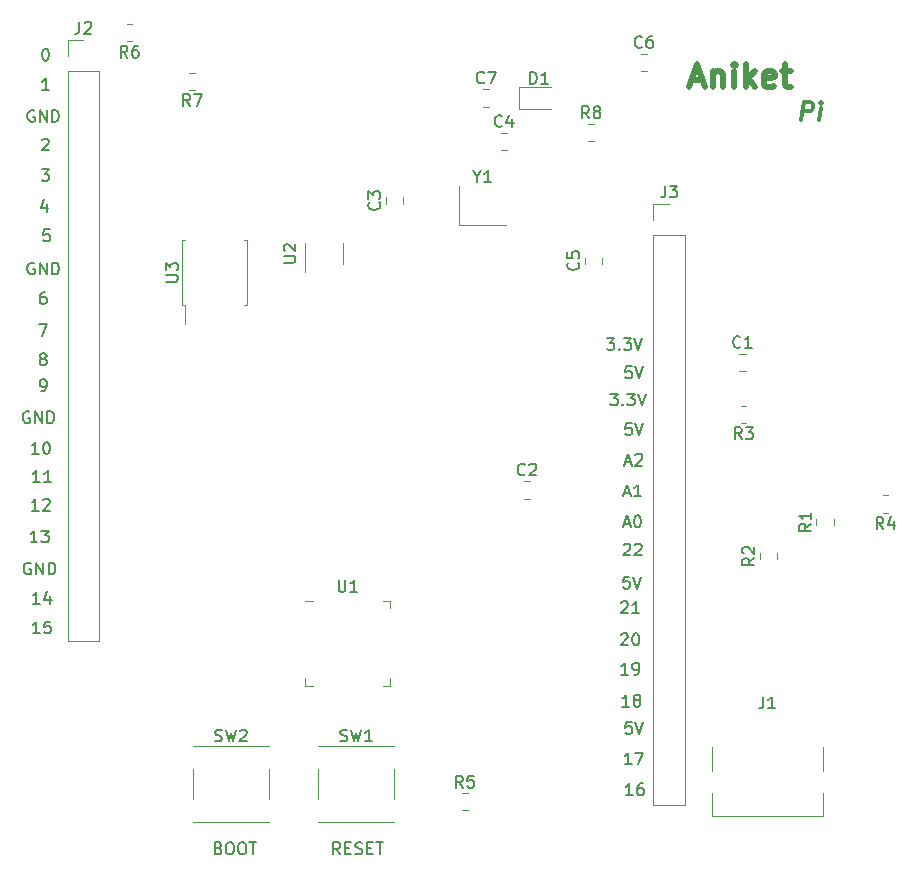
<source format=gto>
%TF.GenerationSoftware,KiCad,Pcbnew,(5.1.12)-1*%
%TF.CreationDate,2026-01-09T19:54:51+05:30*%
%TF.ProjectId,Aniket_Board,416e696b-6574-45f4-926f-6172642e6b69,rev?*%
%TF.SameCoordinates,Original*%
%TF.FileFunction,Legend,Top*%
%TF.FilePolarity,Positive*%
%FSLAX46Y46*%
G04 Gerber Fmt 4.6, Leading zero omitted, Abs format (unit mm)*
G04 Created by KiCad (PCBNEW (5.1.12)-1) date 2026-01-09 19:54:51*
%MOMM*%
%LPD*%
G01*
G04 APERTURE LIST*
%ADD10C,0.150000*%
%ADD11C,0.300000*%
%ADD12C,0.500000*%
%ADD13C,0.120000*%
G04 APERTURE END LIST*
D10*
X140047619Y-133652380D02*
X139714285Y-133176190D01*
X139476190Y-133652380D02*
X139476190Y-132652380D01*
X139857142Y-132652380D01*
X139952380Y-132700000D01*
X140000000Y-132747619D01*
X140047619Y-132842857D01*
X140047619Y-132985714D01*
X140000000Y-133080952D01*
X139952380Y-133128571D01*
X139857142Y-133176190D01*
X139476190Y-133176190D01*
X140476190Y-133128571D02*
X140809523Y-133128571D01*
X140952380Y-133652380D02*
X140476190Y-133652380D01*
X140476190Y-132652380D01*
X140952380Y-132652380D01*
X141333333Y-133604761D02*
X141476190Y-133652380D01*
X141714285Y-133652380D01*
X141809523Y-133604761D01*
X141857142Y-133557142D01*
X141904761Y-133461904D01*
X141904761Y-133366666D01*
X141857142Y-133271428D01*
X141809523Y-133223809D01*
X141714285Y-133176190D01*
X141523809Y-133128571D01*
X141428571Y-133080952D01*
X141380952Y-133033333D01*
X141333333Y-132938095D01*
X141333333Y-132842857D01*
X141380952Y-132747619D01*
X141428571Y-132700000D01*
X141523809Y-132652380D01*
X141761904Y-132652380D01*
X141904761Y-132700000D01*
X142333333Y-133128571D02*
X142666666Y-133128571D01*
X142809523Y-133652380D02*
X142333333Y-133652380D01*
X142333333Y-132652380D01*
X142809523Y-132652380D01*
X143095238Y-132652380D02*
X143666666Y-132652380D01*
X143380952Y-133652380D02*
X143380952Y-132652380D01*
X129742857Y-133128571D02*
X129885714Y-133176190D01*
X129933333Y-133223809D01*
X129980952Y-133319047D01*
X129980952Y-133461904D01*
X129933333Y-133557142D01*
X129885714Y-133604761D01*
X129790476Y-133652380D01*
X129409523Y-133652380D01*
X129409523Y-132652380D01*
X129742857Y-132652380D01*
X129838095Y-132700000D01*
X129885714Y-132747619D01*
X129933333Y-132842857D01*
X129933333Y-132938095D01*
X129885714Y-133033333D01*
X129838095Y-133080952D01*
X129742857Y-133128571D01*
X129409523Y-133128571D01*
X130600000Y-132652380D02*
X130790476Y-132652380D01*
X130885714Y-132700000D01*
X130980952Y-132795238D01*
X131028571Y-132985714D01*
X131028571Y-133319047D01*
X130980952Y-133509523D01*
X130885714Y-133604761D01*
X130790476Y-133652380D01*
X130600000Y-133652380D01*
X130504761Y-133604761D01*
X130409523Y-133509523D01*
X130361904Y-133319047D01*
X130361904Y-132985714D01*
X130409523Y-132795238D01*
X130504761Y-132700000D01*
X130600000Y-132652380D01*
X131647619Y-132652380D02*
X131838095Y-132652380D01*
X131933333Y-132700000D01*
X132028571Y-132795238D01*
X132076190Y-132985714D01*
X132076190Y-133319047D01*
X132028571Y-133509523D01*
X131933333Y-133604761D01*
X131838095Y-133652380D01*
X131647619Y-133652380D01*
X131552380Y-133604761D01*
X131457142Y-133509523D01*
X131409523Y-133319047D01*
X131409523Y-132985714D01*
X131457142Y-132795238D01*
X131552380Y-132700000D01*
X131647619Y-132652380D01*
X132361904Y-132652380D02*
X132933333Y-132652380D01*
X132647619Y-133652380D02*
X132647619Y-132652380D01*
X164709523Y-122452380D02*
X164233333Y-122452380D01*
X164185714Y-122928571D01*
X164233333Y-122880952D01*
X164328571Y-122833333D01*
X164566666Y-122833333D01*
X164661904Y-122880952D01*
X164709523Y-122928571D01*
X164757142Y-123023809D01*
X164757142Y-123261904D01*
X164709523Y-123357142D01*
X164661904Y-123404761D01*
X164566666Y-123452380D01*
X164328571Y-123452380D01*
X164233333Y-123404761D01*
X164185714Y-123357142D01*
X165042857Y-122452380D02*
X165376190Y-123452380D01*
X165709523Y-122452380D01*
X164509523Y-110152380D02*
X164033333Y-110152380D01*
X163985714Y-110628571D01*
X164033333Y-110580952D01*
X164128571Y-110533333D01*
X164366666Y-110533333D01*
X164461904Y-110580952D01*
X164509523Y-110628571D01*
X164557142Y-110723809D01*
X164557142Y-110961904D01*
X164509523Y-111057142D01*
X164461904Y-111104761D01*
X164366666Y-111152380D01*
X164128571Y-111152380D01*
X164033333Y-111104761D01*
X163985714Y-111057142D01*
X164842857Y-110152380D02*
X165176190Y-111152380D01*
X165509523Y-110152380D01*
X164038095Y-107447619D02*
X164085714Y-107400000D01*
X164180952Y-107352380D01*
X164419047Y-107352380D01*
X164514285Y-107400000D01*
X164561904Y-107447619D01*
X164609523Y-107542857D01*
X164609523Y-107638095D01*
X164561904Y-107780952D01*
X163990476Y-108352380D01*
X164609523Y-108352380D01*
X164990476Y-107447619D02*
X165038095Y-107400000D01*
X165133333Y-107352380D01*
X165371428Y-107352380D01*
X165466666Y-107400000D01*
X165514285Y-107447619D01*
X165561904Y-107542857D01*
X165561904Y-107638095D01*
X165514285Y-107780952D01*
X164942857Y-108352380D01*
X165561904Y-108352380D01*
X162623809Y-89952380D02*
X163242857Y-89952380D01*
X162909523Y-90333333D01*
X163052380Y-90333333D01*
X163147619Y-90380952D01*
X163195238Y-90428571D01*
X163242857Y-90523809D01*
X163242857Y-90761904D01*
X163195238Y-90857142D01*
X163147619Y-90904761D01*
X163052380Y-90952380D01*
X162766666Y-90952380D01*
X162671428Y-90904761D01*
X162623809Y-90857142D01*
X163671428Y-90857142D02*
X163719047Y-90904761D01*
X163671428Y-90952380D01*
X163623809Y-90904761D01*
X163671428Y-90857142D01*
X163671428Y-90952380D01*
X164052380Y-89952380D02*
X164671428Y-89952380D01*
X164338095Y-90333333D01*
X164480952Y-90333333D01*
X164576190Y-90380952D01*
X164623809Y-90428571D01*
X164671428Y-90523809D01*
X164671428Y-90761904D01*
X164623809Y-90857142D01*
X164576190Y-90904761D01*
X164480952Y-90952380D01*
X164195238Y-90952380D01*
X164100000Y-90904761D01*
X164052380Y-90857142D01*
X164957142Y-89952380D02*
X165290476Y-90952380D01*
X165623809Y-89952380D01*
X164709523Y-92352380D02*
X164233333Y-92352380D01*
X164185714Y-92828571D01*
X164233333Y-92780952D01*
X164328571Y-92733333D01*
X164566666Y-92733333D01*
X164661904Y-92780952D01*
X164709523Y-92828571D01*
X164757142Y-92923809D01*
X164757142Y-93161904D01*
X164709523Y-93257142D01*
X164661904Y-93304761D01*
X164566666Y-93352380D01*
X164328571Y-93352380D01*
X164233333Y-93304761D01*
X164185714Y-93257142D01*
X165042857Y-92352380D02*
X165376190Y-93352380D01*
X165709523Y-92352380D01*
X162923809Y-94652380D02*
X163542857Y-94652380D01*
X163209523Y-95033333D01*
X163352380Y-95033333D01*
X163447619Y-95080952D01*
X163495238Y-95128571D01*
X163542857Y-95223809D01*
X163542857Y-95461904D01*
X163495238Y-95557142D01*
X163447619Y-95604761D01*
X163352380Y-95652380D01*
X163066666Y-95652380D01*
X162971428Y-95604761D01*
X162923809Y-95557142D01*
X163971428Y-95557142D02*
X164019047Y-95604761D01*
X163971428Y-95652380D01*
X163923809Y-95604761D01*
X163971428Y-95557142D01*
X163971428Y-95652380D01*
X164352380Y-94652380D02*
X164971428Y-94652380D01*
X164638095Y-95033333D01*
X164780952Y-95033333D01*
X164876190Y-95080952D01*
X164923809Y-95128571D01*
X164971428Y-95223809D01*
X164971428Y-95461904D01*
X164923809Y-95557142D01*
X164876190Y-95604761D01*
X164780952Y-95652380D01*
X164495238Y-95652380D01*
X164400000Y-95604761D01*
X164352380Y-95557142D01*
X165257142Y-94652380D02*
X165590476Y-95652380D01*
X165923809Y-94652380D01*
X164709523Y-97152380D02*
X164233333Y-97152380D01*
X164185714Y-97628571D01*
X164233333Y-97580952D01*
X164328571Y-97533333D01*
X164566666Y-97533333D01*
X164661904Y-97580952D01*
X164709523Y-97628571D01*
X164757142Y-97723809D01*
X164757142Y-97961904D01*
X164709523Y-98057142D01*
X164661904Y-98104761D01*
X164566666Y-98152380D01*
X164328571Y-98152380D01*
X164233333Y-98104761D01*
X164185714Y-98057142D01*
X165042857Y-97152380D02*
X165376190Y-98152380D01*
X165709523Y-97152380D01*
X164185714Y-100466666D02*
X164661904Y-100466666D01*
X164090476Y-100752380D02*
X164423809Y-99752380D01*
X164757142Y-100752380D01*
X165042857Y-99847619D02*
X165090476Y-99800000D01*
X165185714Y-99752380D01*
X165423809Y-99752380D01*
X165519047Y-99800000D01*
X165566666Y-99847619D01*
X165614285Y-99942857D01*
X165614285Y-100038095D01*
X165566666Y-100180952D01*
X164995238Y-100752380D01*
X165614285Y-100752380D01*
X164085714Y-103066666D02*
X164561904Y-103066666D01*
X163990476Y-103352380D02*
X164323809Y-102352380D01*
X164657142Y-103352380D01*
X165514285Y-103352380D02*
X164942857Y-103352380D01*
X165228571Y-103352380D02*
X165228571Y-102352380D01*
X165133333Y-102495238D01*
X165038095Y-102590476D01*
X164942857Y-102638095D01*
X164085714Y-105666666D02*
X164561904Y-105666666D01*
X163990476Y-105952380D02*
X164323809Y-104952380D01*
X164657142Y-105952380D01*
X165180952Y-104952380D02*
X165276190Y-104952380D01*
X165371428Y-105000000D01*
X165419047Y-105047619D01*
X165466666Y-105142857D01*
X165514285Y-105333333D01*
X165514285Y-105571428D01*
X165466666Y-105761904D01*
X165419047Y-105857142D01*
X165371428Y-105904761D01*
X165276190Y-105952380D01*
X165180952Y-105952380D01*
X165085714Y-105904761D01*
X165038095Y-105857142D01*
X164990476Y-105761904D01*
X164942857Y-105571428D01*
X164942857Y-105333333D01*
X164990476Y-105142857D01*
X165038095Y-105047619D01*
X165085714Y-105000000D01*
X165180952Y-104952380D01*
X163838095Y-112347619D02*
X163885714Y-112300000D01*
X163980952Y-112252380D01*
X164219047Y-112252380D01*
X164314285Y-112300000D01*
X164361904Y-112347619D01*
X164409523Y-112442857D01*
X164409523Y-112538095D01*
X164361904Y-112680952D01*
X163790476Y-113252380D01*
X164409523Y-113252380D01*
X165361904Y-113252380D02*
X164790476Y-113252380D01*
X165076190Y-113252380D02*
X165076190Y-112252380D01*
X164980952Y-112395238D01*
X164885714Y-112490476D01*
X164790476Y-112538095D01*
X163838095Y-115047619D02*
X163885714Y-115000000D01*
X163980952Y-114952380D01*
X164219047Y-114952380D01*
X164314285Y-115000000D01*
X164361904Y-115047619D01*
X164409523Y-115142857D01*
X164409523Y-115238095D01*
X164361904Y-115380952D01*
X163790476Y-115952380D01*
X164409523Y-115952380D01*
X165028571Y-114952380D02*
X165123809Y-114952380D01*
X165219047Y-115000000D01*
X165266666Y-115047619D01*
X165314285Y-115142857D01*
X165361904Y-115333333D01*
X165361904Y-115571428D01*
X165314285Y-115761904D01*
X165266666Y-115857142D01*
X165219047Y-115904761D01*
X165123809Y-115952380D01*
X165028571Y-115952380D01*
X164933333Y-115904761D01*
X164885714Y-115857142D01*
X164838095Y-115761904D01*
X164790476Y-115571428D01*
X164790476Y-115333333D01*
X164838095Y-115142857D01*
X164885714Y-115047619D01*
X164933333Y-115000000D01*
X165028571Y-114952380D01*
X164409523Y-118452380D02*
X163838095Y-118452380D01*
X164123809Y-118452380D02*
X164123809Y-117452380D01*
X164028571Y-117595238D01*
X163933333Y-117690476D01*
X163838095Y-117738095D01*
X164885714Y-118452380D02*
X165076190Y-118452380D01*
X165171428Y-118404761D01*
X165219047Y-118357142D01*
X165314285Y-118214285D01*
X165361904Y-118023809D01*
X165361904Y-117642857D01*
X165314285Y-117547619D01*
X165266666Y-117500000D01*
X165171428Y-117452380D01*
X164980952Y-117452380D01*
X164885714Y-117500000D01*
X164838095Y-117547619D01*
X164790476Y-117642857D01*
X164790476Y-117880952D01*
X164838095Y-117976190D01*
X164885714Y-118023809D01*
X164980952Y-118071428D01*
X165171428Y-118071428D01*
X165266666Y-118023809D01*
X165314285Y-117976190D01*
X165361904Y-117880952D01*
X164509523Y-121152380D02*
X163938095Y-121152380D01*
X164223809Y-121152380D02*
X164223809Y-120152380D01*
X164128571Y-120295238D01*
X164033333Y-120390476D01*
X163938095Y-120438095D01*
X165080952Y-120580952D02*
X164985714Y-120533333D01*
X164938095Y-120485714D01*
X164890476Y-120390476D01*
X164890476Y-120342857D01*
X164938095Y-120247619D01*
X164985714Y-120200000D01*
X165080952Y-120152380D01*
X165271428Y-120152380D01*
X165366666Y-120200000D01*
X165414285Y-120247619D01*
X165461904Y-120342857D01*
X165461904Y-120390476D01*
X165414285Y-120485714D01*
X165366666Y-120533333D01*
X165271428Y-120580952D01*
X165080952Y-120580952D01*
X164985714Y-120628571D01*
X164938095Y-120676190D01*
X164890476Y-120771428D01*
X164890476Y-120961904D01*
X164938095Y-121057142D01*
X164985714Y-121104761D01*
X165080952Y-121152380D01*
X165271428Y-121152380D01*
X165366666Y-121104761D01*
X165414285Y-121057142D01*
X165461904Y-120961904D01*
X165461904Y-120771428D01*
X165414285Y-120676190D01*
X165366666Y-120628571D01*
X165271428Y-120580952D01*
X164709523Y-126052380D02*
X164138095Y-126052380D01*
X164423809Y-126052380D02*
X164423809Y-125052380D01*
X164328571Y-125195238D01*
X164233333Y-125290476D01*
X164138095Y-125338095D01*
X165042857Y-125052380D02*
X165709523Y-125052380D01*
X165280952Y-126052380D01*
X164809523Y-128652380D02*
X164238095Y-128652380D01*
X164523809Y-128652380D02*
X164523809Y-127652380D01*
X164428571Y-127795238D01*
X164333333Y-127890476D01*
X164238095Y-127938095D01*
X165666666Y-127652380D02*
X165476190Y-127652380D01*
X165380952Y-127700000D01*
X165333333Y-127747619D01*
X165238095Y-127890476D01*
X165190476Y-128080952D01*
X165190476Y-128461904D01*
X165238095Y-128557142D01*
X165285714Y-128604761D01*
X165380952Y-128652380D01*
X165571428Y-128652380D01*
X165666666Y-128604761D01*
X165714285Y-128557142D01*
X165761904Y-128461904D01*
X165761904Y-128223809D01*
X165714285Y-128128571D01*
X165666666Y-128080952D01*
X165571428Y-128033333D01*
X165380952Y-128033333D01*
X165285714Y-128080952D01*
X165238095Y-128128571D01*
X165190476Y-128223809D01*
X114609523Y-114952380D02*
X114038095Y-114952380D01*
X114323809Y-114952380D02*
X114323809Y-113952380D01*
X114228571Y-114095238D01*
X114133333Y-114190476D01*
X114038095Y-114238095D01*
X115514285Y-113952380D02*
X115038095Y-113952380D01*
X114990476Y-114428571D01*
X115038095Y-114380952D01*
X115133333Y-114333333D01*
X115371428Y-114333333D01*
X115466666Y-114380952D01*
X115514285Y-114428571D01*
X115561904Y-114523809D01*
X115561904Y-114761904D01*
X115514285Y-114857142D01*
X115466666Y-114904761D01*
X115371428Y-114952380D01*
X115133333Y-114952380D01*
X115038095Y-114904761D01*
X114990476Y-114857142D01*
X114609523Y-112452380D02*
X114038095Y-112452380D01*
X114323809Y-112452380D02*
X114323809Y-111452380D01*
X114228571Y-111595238D01*
X114133333Y-111690476D01*
X114038095Y-111738095D01*
X115466666Y-111785714D02*
X115466666Y-112452380D01*
X115228571Y-111404761D02*
X114990476Y-112119047D01*
X115609523Y-112119047D01*
X113838095Y-109000000D02*
X113742857Y-108952380D01*
X113600000Y-108952380D01*
X113457142Y-109000000D01*
X113361904Y-109095238D01*
X113314285Y-109190476D01*
X113266666Y-109380952D01*
X113266666Y-109523809D01*
X113314285Y-109714285D01*
X113361904Y-109809523D01*
X113457142Y-109904761D01*
X113600000Y-109952380D01*
X113695238Y-109952380D01*
X113838095Y-109904761D01*
X113885714Y-109857142D01*
X113885714Y-109523809D01*
X113695238Y-109523809D01*
X114314285Y-109952380D02*
X114314285Y-108952380D01*
X114885714Y-109952380D01*
X114885714Y-108952380D01*
X115361904Y-109952380D02*
X115361904Y-108952380D01*
X115600000Y-108952380D01*
X115742857Y-109000000D01*
X115838095Y-109095238D01*
X115885714Y-109190476D01*
X115933333Y-109380952D01*
X115933333Y-109523809D01*
X115885714Y-109714285D01*
X115838095Y-109809523D01*
X115742857Y-109904761D01*
X115600000Y-109952380D01*
X115361904Y-109952380D01*
X114409523Y-107252380D02*
X113838095Y-107252380D01*
X114123809Y-107252380D02*
X114123809Y-106252380D01*
X114028571Y-106395238D01*
X113933333Y-106490476D01*
X113838095Y-106538095D01*
X114742857Y-106252380D02*
X115361904Y-106252380D01*
X115028571Y-106633333D01*
X115171428Y-106633333D01*
X115266666Y-106680952D01*
X115314285Y-106728571D01*
X115361904Y-106823809D01*
X115361904Y-107061904D01*
X115314285Y-107157142D01*
X115266666Y-107204761D01*
X115171428Y-107252380D01*
X114885714Y-107252380D01*
X114790476Y-107204761D01*
X114742857Y-107157142D01*
X114509523Y-104552380D02*
X113938095Y-104552380D01*
X114223809Y-104552380D02*
X114223809Y-103552380D01*
X114128571Y-103695238D01*
X114033333Y-103790476D01*
X113938095Y-103838095D01*
X114890476Y-103647619D02*
X114938095Y-103600000D01*
X115033333Y-103552380D01*
X115271428Y-103552380D01*
X115366666Y-103600000D01*
X115414285Y-103647619D01*
X115461904Y-103742857D01*
X115461904Y-103838095D01*
X115414285Y-103980952D01*
X114842857Y-104552380D01*
X115461904Y-104552380D01*
X114609523Y-102152380D02*
X114038095Y-102152380D01*
X114323809Y-102152380D02*
X114323809Y-101152380D01*
X114228571Y-101295238D01*
X114133333Y-101390476D01*
X114038095Y-101438095D01*
X115561904Y-102152380D02*
X114990476Y-102152380D01*
X115276190Y-102152380D02*
X115276190Y-101152380D01*
X115180952Y-101295238D01*
X115085714Y-101390476D01*
X114990476Y-101438095D01*
X114509523Y-99752380D02*
X113938095Y-99752380D01*
X114223809Y-99752380D02*
X114223809Y-98752380D01*
X114128571Y-98895238D01*
X114033333Y-98990476D01*
X113938095Y-99038095D01*
X115128571Y-98752380D02*
X115223809Y-98752380D01*
X115319047Y-98800000D01*
X115366666Y-98847619D01*
X115414285Y-98942857D01*
X115461904Y-99133333D01*
X115461904Y-99371428D01*
X115414285Y-99561904D01*
X115366666Y-99657142D01*
X115319047Y-99704761D01*
X115223809Y-99752380D01*
X115128571Y-99752380D01*
X115033333Y-99704761D01*
X114985714Y-99657142D01*
X114938095Y-99561904D01*
X114890476Y-99371428D01*
X114890476Y-99133333D01*
X114938095Y-98942857D01*
X114985714Y-98847619D01*
X115033333Y-98800000D01*
X115128571Y-98752380D01*
X113738095Y-96200000D02*
X113642857Y-96152380D01*
X113500000Y-96152380D01*
X113357142Y-96200000D01*
X113261904Y-96295238D01*
X113214285Y-96390476D01*
X113166666Y-96580952D01*
X113166666Y-96723809D01*
X113214285Y-96914285D01*
X113261904Y-97009523D01*
X113357142Y-97104761D01*
X113500000Y-97152380D01*
X113595238Y-97152380D01*
X113738095Y-97104761D01*
X113785714Y-97057142D01*
X113785714Y-96723809D01*
X113595238Y-96723809D01*
X114214285Y-97152380D02*
X114214285Y-96152380D01*
X114785714Y-97152380D01*
X114785714Y-96152380D01*
X115261904Y-97152380D02*
X115261904Y-96152380D01*
X115500000Y-96152380D01*
X115642857Y-96200000D01*
X115738095Y-96295238D01*
X115785714Y-96390476D01*
X115833333Y-96580952D01*
X115833333Y-96723809D01*
X115785714Y-96914285D01*
X115738095Y-97009523D01*
X115642857Y-97104761D01*
X115500000Y-97152380D01*
X115261904Y-97152380D01*
X114709523Y-94452380D02*
X114900000Y-94452380D01*
X114995238Y-94404761D01*
X115042857Y-94357142D01*
X115138095Y-94214285D01*
X115185714Y-94023809D01*
X115185714Y-93642857D01*
X115138095Y-93547619D01*
X115090476Y-93500000D01*
X114995238Y-93452380D01*
X114804761Y-93452380D01*
X114709523Y-93500000D01*
X114661904Y-93547619D01*
X114614285Y-93642857D01*
X114614285Y-93880952D01*
X114661904Y-93976190D01*
X114709523Y-94023809D01*
X114804761Y-94071428D01*
X114995238Y-94071428D01*
X115090476Y-94023809D01*
X115138095Y-93976190D01*
X115185714Y-93880952D01*
X114804761Y-91680952D02*
X114709523Y-91633333D01*
X114661904Y-91585714D01*
X114614285Y-91490476D01*
X114614285Y-91442857D01*
X114661904Y-91347619D01*
X114709523Y-91300000D01*
X114804761Y-91252380D01*
X114995238Y-91252380D01*
X115090476Y-91300000D01*
X115138095Y-91347619D01*
X115185714Y-91442857D01*
X115185714Y-91490476D01*
X115138095Y-91585714D01*
X115090476Y-91633333D01*
X114995238Y-91680952D01*
X114804761Y-91680952D01*
X114709523Y-91728571D01*
X114661904Y-91776190D01*
X114614285Y-91871428D01*
X114614285Y-92061904D01*
X114661904Y-92157142D01*
X114709523Y-92204761D01*
X114804761Y-92252380D01*
X114995238Y-92252380D01*
X115090476Y-92204761D01*
X115138095Y-92157142D01*
X115185714Y-92061904D01*
X115185714Y-91871428D01*
X115138095Y-91776190D01*
X115090476Y-91728571D01*
X114995238Y-91680952D01*
X114566666Y-88752380D02*
X115233333Y-88752380D01*
X114804761Y-89752380D01*
X115090476Y-86052380D02*
X114900000Y-86052380D01*
X114804761Y-86100000D01*
X114757142Y-86147619D01*
X114661904Y-86290476D01*
X114614285Y-86480952D01*
X114614285Y-86861904D01*
X114661904Y-86957142D01*
X114709523Y-87004761D01*
X114804761Y-87052380D01*
X114995238Y-87052380D01*
X115090476Y-87004761D01*
X115138095Y-86957142D01*
X115185714Y-86861904D01*
X115185714Y-86623809D01*
X115138095Y-86528571D01*
X115090476Y-86480952D01*
X114995238Y-86433333D01*
X114804761Y-86433333D01*
X114709523Y-86480952D01*
X114661904Y-86528571D01*
X114614285Y-86623809D01*
X114138095Y-83600000D02*
X114042857Y-83552380D01*
X113900000Y-83552380D01*
X113757142Y-83600000D01*
X113661904Y-83695238D01*
X113614285Y-83790476D01*
X113566666Y-83980952D01*
X113566666Y-84123809D01*
X113614285Y-84314285D01*
X113661904Y-84409523D01*
X113757142Y-84504761D01*
X113900000Y-84552380D01*
X113995238Y-84552380D01*
X114138095Y-84504761D01*
X114185714Y-84457142D01*
X114185714Y-84123809D01*
X113995238Y-84123809D01*
X114614285Y-84552380D02*
X114614285Y-83552380D01*
X115185714Y-84552380D01*
X115185714Y-83552380D01*
X115661904Y-84552380D02*
X115661904Y-83552380D01*
X115900000Y-83552380D01*
X116042857Y-83600000D01*
X116138095Y-83695238D01*
X116185714Y-83790476D01*
X116233333Y-83980952D01*
X116233333Y-84123809D01*
X116185714Y-84314285D01*
X116138095Y-84409523D01*
X116042857Y-84504761D01*
X115900000Y-84552380D01*
X115661904Y-84552380D01*
X115438095Y-80752380D02*
X114961904Y-80752380D01*
X114914285Y-81228571D01*
X114961904Y-81180952D01*
X115057142Y-81133333D01*
X115295238Y-81133333D01*
X115390476Y-81180952D01*
X115438095Y-81228571D01*
X115485714Y-81323809D01*
X115485714Y-81561904D01*
X115438095Y-81657142D01*
X115390476Y-81704761D01*
X115295238Y-81752380D01*
X115057142Y-81752380D01*
X114961904Y-81704761D01*
X114914285Y-81657142D01*
X115190476Y-78585714D02*
X115190476Y-79252380D01*
X114952380Y-78204761D02*
X114714285Y-78919047D01*
X115333333Y-78919047D01*
X114814285Y-73147619D02*
X114861904Y-73100000D01*
X114957142Y-73052380D01*
X115195238Y-73052380D01*
X115290476Y-73100000D01*
X115338095Y-73147619D01*
X115385714Y-73242857D01*
X115385714Y-73338095D01*
X115338095Y-73480952D01*
X114766666Y-74052380D01*
X115385714Y-74052380D01*
X114766666Y-75652380D02*
X115385714Y-75652380D01*
X115052380Y-76033333D01*
X115195238Y-76033333D01*
X115290476Y-76080952D01*
X115338095Y-76128571D01*
X115385714Y-76223809D01*
X115385714Y-76461904D01*
X115338095Y-76557142D01*
X115290476Y-76604761D01*
X115195238Y-76652380D01*
X114909523Y-76652380D01*
X114814285Y-76604761D01*
X114766666Y-76557142D01*
X114138095Y-70700000D02*
X114042857Y-70652380D01*
X113900000Y-70652380D01*
X113757142Y-70700000D01*
X113661904Y-70795238D01*
X113614285Y-70890476D01*
X113566666Y-71080952D01*
X113566666Y-71223809D01*
X113614285Y-71414285D01*
X113661904Y-71509523D01*
X113757142Y-71604761D01*
X113900000Y-71652380D01*
X113995238Y-71652380D01*
X114138095Y-71604761D01*
X114185714Y-71557142D01*
X114185714Y-71223809D01*
X113995238Y-71223809D01*
X114614285Y-71652380D02*
X114614285Y-70652380D01*
X115185714Y-71652380D01*
X115185714Y-70652380D01*
X115661904Y-71652380D02*
X115661904Y-70652380D01*
X115900000Y-70652380D01*
X116042857Y-70700000D01*
X116138095Y-70795238D01*
X116185714Y-70890476D01*
X116233333Y-71080952D01*
X116233333Y-71223809D01*
X116185714Y-71414285D01*
X116138095Y-71509523D01*
X116042857Y-71604761D01*
X115900000Y-71652380D01*
X115661904Y-71652380D01*
X115385714Y-68952380D02*
X114814285Y-68952380D01*
X115100000Y-68952380D02*
X115100000Y-67952380D01*
X115004761Y-68095238D01*
X114909523Y-68190476D01*
X114814285Y-68238095D01*
X115052380Y-65452380D02*
X115147619Y-65452380D01*
X115242857Y-65500000D01*
X115290476Y-65547619D01*
X115338095Y-65642857D01*
X115385714Y-65833333D01*
X115385714Y-66071428D01*
X115338095Y-66261904D01*
X115290476Y-66357142D01*
X115242857Y-66404761D01*
X115147619Y-66452380D01*
X115052380Y-66452380D01*
X114957142Y-66404761D01*
X114909523Y-66357142D01*
X114861904Y-66261904D01*
X114814285Y-66071428D01*
X114814285Y-65833333D01*
X114861904Y-65642857D01*
X114909523Y-65547619D01*
X114957142Y-65500000D01*
X115052380Y-65452380D01*
D11*
X179093928Y-71478571D02*
X179281428Y-69978571D01*
X179852857Y-69978571D01*
X179986785Y-70050000D01*
X180049285Y-70121428D01*
X180102857Y-70264285D01*
X180076071Y-70478571D01*
X179986785Y-70621428D01*
X179906428Y-70692857D01*
X179754642Y-70764285D01*
X179183214Y-70764285D01*
X180593928Y-71478571D02*
X180718928Y-70478571D01*
X180781428Y-69978571D02*
X180701071Y-70050000D01*
X180763571Y-70121428D01*
X180843928Y-70050000D01*
X180781428Y-69978571D01*
X180763571Y-70121428D01*
D12*
X169804761Y-68133333D02*
X170757142Y-68133333D01*
X169614285Y-68704761D02*
X170280952Y-66704761D01*
X170947619Y-68704761D01*
X171614285Y-67371428D02*
X171614285Y-68704761D01*
X171614285Y-67561904D02*
X171709523Y-67466666D01*
X171900000Y-67371428D01*
X172185714Y-67371428D01*
X172376190Y-67466666D01*
X172471428Y-67657142D01*
X172471428Y-68704761D01*
X173423809Y-68704761D02*
X173423809Y-67371428D01*
X173423809Y-66704761D02*
X173328571Y-66800000D01*
X173423809Y-66895238D01*
X173519047Y-66800000D01*
X173423809Y-66704761D01*
X173423809Y-66895238D01*
X174376190Y-68704761D02*
X174376190Y-66704761D01*
X174566666Y-67942857D02*
X175138095Y-68704761D01*
X175138095Y-67371428D02*
X174376190Y-68133333D01*
X176757142Y-68609523D02*
X176566666Y-68704761D01*
X176185714Y-68704761D01*
X175995238Y-68609523D01*
X175900000Y-68419047D01*
X175900000Y-67657142D01*
X175995238Y-67466666D01*
X176185714Y-67371428D01*
X176566666Y-67371428D01*
X176757142Y-67466666D01*
X176852380Y-67657142D01*
X176852380Y-67847619D01*
X175900000Y-68038095D01*
X177423809Y-67371428D02*
X178185714Y-67371428D01*
X177709523Y-66704761D02*
X177709523Y-68419047D01*
X177804761Y-68609523D01*
X177995238Y-68704761D01*
X178185714Y-68704761D01*
D13*
%TO.C,U1*%
X137710000Y-112190000D02*
X137060000Y-112190000D01*
X144280000Y-119410000D02*
X144280000Y-118760000D01*
X143630000Y-119410000D02*
X144280000Y-119410000D01*
X137060000Y-119410000D02*
X137060000Y-118760000D01*
X137710000Y-119410000D02*
X137060000Y-119410000D01*
X144280000Y-112190000D02*
X144280000Y-112840000D01*
X143630000Y-112190000D02*
X144280000Y-112190000D01*
%TO.C,Y1*%
X150100000Y-77100000D02*
X150100000Y-80400000D01*
X150100000Y-80400000D02*
X154100000Y-80400000D01*
%TO.C,U3*%
X132125000Y-84400000D02*
X132125000Y-81675000D01*
X132125000Y-81675000D02*
X131865000Y-81675000D01*
X132125000Y-84400000D02*
X132125000Y-87125000D01*
X132125000Y-87125000D02*
X131865000Y-87125000D01*
X126675000Y-84400000D02*
X126675000Y-81675000D01*
X126675000Y-81675000D02*
X126935000Y-81675000D01*
X126675000Y-84400000D02*
X126675000Y-87125000D01*
X126675000Y-87125000D02*
X126935000Y-87125000D01*
X126935000Y-87125000D02*
X126935000Y-88800000D01*
%TO.C,SW2*%
X134030000Y-124470000D02*
X134030000Y-124500000D01*
X134030000Y-130930000D02*
X134030000Y-130900000D01*
X127570000Y-130930000D02*
X127570000Y-130900000D01*
X127570000Y-124500000D02*
X127570000Y-124470000D01*
X134030000Y-126400000D02*
X134030000Y-129000000D01*
X127570000Y-124470000D02*
X134030000Y-124470000D01*
X127570000Y-126400000D02*
X127570000Y-129000000D01*
X127570000Y-130930000D02*
X134030000Y-130930000D01*
%TO.C,R8*%
X161052936Y-71795000D02*
X161507064Y-71795000D01*
X161052936Y-73265000D02*
X161507064Y-73265000D01*
%TO.C,R7*%
X127727064Y-68935000D02*
X127272936Y-68935000D01*
X127727064Y-67465000D02*
X127272936Y-67465000D01*
%TO.C,R6*%
X122427064Y-64835000D02*
X121972936Y-64835000D01*
X122427064Y-63365000D02*
X121972936Y-63365000D01*
%TO.C,J3*%
X166570000Y-129510000D02*
X169230000Y-129510000D01*
X166570000Y-81190000D02*
X166570000Y-129510000D01*
X169230000Y-81190000D02*
X169230000Y-129510000D01*
X166570000Y-81190000D02*
X169230000Y-81190000D01*
X166570000Y-79920000D02*
X166570000Y-78590000D01*
X166570000Y-78590000D02*
X167900000Y-78590000D01*
%TO.C,J2*%
X116970000Y-115630000D02*
X119630000Y-115630000D01*
X116970000Y-67310000D02*
X116970000Y-115630000D01*
X119630000Y-67310000D02*
X119630000Y-115630000D01*
X116970000Y-67310000D02*
X119630000Y-67310000D01*
X116970000Y-66040000D02*
X116970000Y-64710000D01*
X116970000Y-64710000D02*
X118300000Y-64710000D01*
%TO.C,D1*%
X157870000Y-68665000D02*
X155185000Y-68665000D01*
X155185000Y-68665000D02*
X155185000Y-70585000D01*
X155185000Y-70585000D02*
X157870000Y-70585000D01*
%TO.C,C7*%
X152138748Y-68875000D02*
X152661252Y-68875000D01*
X152138748Y-70345000D02*
X152661252Y-70345000D01*
%TO.C,C6*%
X165488748Y-65865000D02*
X166011252Y-65865000D01*
X165488748Y-67335000D02*
X166011252Y-67335000D01*
%TO.C,C5*%
X160765000Y-83661252D02*
X160765000Y-83138748D01*
X162235000Y-83661252D02*
X162235000Y-83138748D01*
%TO.C,C4*%
X153638748Y-72565000D02*
X154161252Y-72565000D01*
X153638748Y-74035000D02*
X154161252Y-74035000D01*
%TO.C,C3*%
X143915000Y-78561252D02*
X143915000Y-78038748D01*
X145385000Y-78561252D02*
X145385000Y-78038748D01*
%TO.C,SW1*%
X138170000Y-130930000D02*
X144630000Y-130930000D01*
X138170000Y-126400000D02*
X138170000Y-129000000D01*
X138170000Y-124470000D02*
X144630000Y-124470000D01*
X144630000Y-126400000D02*
X144630000Y-129000000D01*
X138170000Y-124500000D02*
X138170000Y-124470000D01*
X138170000Y-130930000D02*
X138170000Y-130900000D01*
X144630000Y-130930000D02*
X144630000Y-130900000D01*
X144630000Y-124470000D02*
X144630000Y-124500000D01*
%TO.C,R5*%
X150372936Y-129935000D02*
X150827064Y-129935000D01*
X150372936Y-128465000D02*
X150827064Y-128465000D01*
%TO.C,C2*%
X155588748Y-103535000D02*
X156111252Y-103535000D01*
X155588748Y-102065000D02*
X156111252Y-102065000D01*
%TO.C,C1*%
X173838748Y-92735000D02*
X174361252Y-92735000D01*
X173838748Y-91265000D02*
X174361252Y-91265000D01*
%TO.C,R4*%
X186427064Y-103265000D02*
X185972936Y-103265000D01*
X186427064Y-104735000D02*
X185972936Y-104735000D01*
%TO.C,R3*%
X174427064Y-97135000D02*
X173972936Y-97135000D01*
X174427064Y-95665000D02*
X173972936Y-95665000D01*
%TO.C,R2*%
X175565000Y-108627064D02*
X175565000Y-108172936D01*
X177035000Y-108627064D02*
X177035000Y-108172936D01*
%TO.C,R1*%
X180365000Y-105739564D02*
X180365000Y-105285436D01*
X181835000Y-105739564D02*
X181835000Y-105285436D01*
%TO.C,J1*%
X171500000Y-128500000D02*
X171500000Y-130400000D01*
X171500000Y-124600000D02*
X171500000Y-126600000D01*
X180900000Y-128500000D02*
X180900000Y-130400000D01*
X180900000Y-124600000D02*
X180900000Y-126600000D01*
X171500000Y-130400000D02*
X180900000Y-130400000D01*
%TO.C,U2*%
X140310000Y-83700000D02*
X140310000Y-81900000D01*
X137090000Y-81900000D02*
X137090000Y-84350000D01*
%TO.C,U1*%
D10*
X139908095Y-110432380D02*
X139908095Y-111241904D01*
X139955714Y-111337142D01*
X140003333Y-111384761D01*
X140098571Y-111432380D01*
X140289047Y-111432380D01*
X140384285Y-111384761D01*
X140431904Y-111337142D01*
X140479523Y-111241904D01*
X140479523Y-110432380D01*
X141479523Y-111432380D02*
X140908095Y-111432380D01*
X141193809Y-111432380D02*
X141193809Y-110432380D01*
X141098571Y-110575238D01*
X141003333Y-110670476D01*
X140908095Y-110718095D01*
%TO.C,Y1*%
X151623809Y-76276190D02*
X151623809Y-76752380D01*
X151290476Y-75752380D02*
X151623809Y-76276190D01*
X151957142Y-75752380D01*
X152814285Y-76752380D02*
X152242857Y-76752380D01*
X152528571Y-76752380D02*
X152528571Y-75752380D01*
X152433333Y-75895238D01*
X152338095Y-75990476D01*
X152242857Y-76038095D01*
%TO.C,U3*%
X125292380Y-85161904D02*
X126101904Y-85161904D01*
X126197142Y-85114285D01*
X126244761Y-85066666D01*
X126292380Y-84971428D01*
X126292380Y-84780952D01*
X126244761Y-84685714D01*
X126197142Y-84638095D01*
X126101904Y-84590476D01*
X125292380Y-84590476D01*
X125292380Y-84209523D02*
X125292380Y-83590476D01*
X125673333Y-83923809D01*
X125673333Y-83780952D01*
X125720952Y-83685714D01*
X125768571Y-83638095D01*
X125863809Y-83590476D01*
X126101904Y-83590476D01*
X126197142Y-83638095D01*
X126244761Y-83685714D01*
X126292380Y-83780952D01*
X126292380Y-84066666D01*
X126244761Y-84161904D01*
X126197142Y-84209523D01*
%TO.C,SW2*%
X129466666Y-124054761D02*
X129609523Y-124102380D01*
X129847619Y-124102380D01*
X129942857Y-124054761D01*
X129990476Y-124007142D01*
X130038095Y-123911904D01*
X130038095Y-123816666D01*
X129990476Y-123721428D01*
X129942857Y-123673809D01*
X129847619Y-123626190D01*
X129657142Y-123578571D01*
X129561904Y-123530952D01*
X129514285Y-123483333D01*
X129466666Y-123388095D01*
X129466666Y-123292857D01*
X129514285Y-123197619D01*
X129561904Y-123150000D01*
X129657142Y-123102380D01*
X129895238Y-123102380D01*
X130038095Y-123150000D01*
X130371428Y-123102380D02*
X130609523Y-124102380D01*
X130800000Y-123388095D01*
X130990476Y-124102380D01*
X131228571Y-123102380D01*
X131561904Y-123197619D02*
X131609523Y-123150000D01*
X131704761Y-123102380D01*
X131942857Y-123102380D01*
X132038095Y-123150000D01*
X132085714Y-123197619D01*
X132133333Y-123292857D01*
X132133333Y-123388095D01*
X132085714Y-123530952D01*
X131514285Y-124102380D01*
X132133333Y-124102380D01*
%TO.C,R8*%
X161113333Y-71332380D02*
X160780000Y-70856190D01*
X160541904Y-71332380D02*
X160541904Y-70332380D01*
X160922857Y-70332380D01*
X161018095Y-70380000D01*
X161065714Y-70427619D01*
X161113333Y-70522857D01*
X161113333Y-70665714D01*
X161065714Y-70760952D01*
X161018095Y-70808571D01*
X160922857Y-70856190D01*
X160541904Y-70856190D01*
X161684761Y-70760952D02*
X161589523Y-70713333D01*
X161541904Y-70665714D01*
X161494285Y-70570476D01*
X161494285Y-70522857D01*
X161541904Y-70427619D01*
X161589523Y-70380000D01*
X161684761Y-70332380D01*
X161875238Y-70332380D01*
X161970476Y-70380000D01*
X162018095Y-70427619D01*
X162065714Y-70522857D01*
X162065714Y-70570476D01*
X162018095Y-70665714D01*
X161970476Y-70713333D01*
X161875238Y-70760952D01*
X161684761Y-70760952D01*
X161589523Y-70808571D01*
X161541904Y-70856190D01*
X161494285Y-70951428D01*
X161494285Y-71141904D01*
X161541904Y-71237142D01*
X161589523Y-71284761D01*
X161684761Y-71332380D01*
X161875238Y-71332380D01*
X161970476Y-71284761D01*
X162018095Y-71237142D01*
X162065714Y-71141904D01*
X162065714Y-70951428D01*
X162018095Y-70856190D01*
X161970476Y-70808571D01*
X161875238Y-70760952D01*
%TO.C,R7*%
X127333333Y-70302380D02*
X127000000Y-69826190D01*
X126761904Y-70302380D02*
X126761904Y-69302380D01*
X127142857Y-69302380D01*
X127238095Y-69350000D01*
X127285714Y-69397619D01*
X127333333Y-69492857D01*
X127333333Y-69635714D01*
X127285714Y-69730952D01*
X127238095Y-69778571D01*
X127142857Y-69826190D01*
X126761904Y-69826190D01*
X127666666Y-69302380D02*
X128333333Y-69302380D01*
X127904761Y-70302380D01*
%TO.C,R6*%
X122033333Y-66202380D02*
X121700000Y-65726190D01*
X121461904Y-66202380D02*
X121461904Y-65202380D01*
X121842857Y-65202380D01*
X121938095Y-65250000D01*
X121985714Y-65297619D01*
X122033333Y-65392857D01*
X122033333Y-65535714D01*
X121985714Y-65630952D01*
X121938095Y-65678571D01*
X121842857Y-65726190D01*
X121461904Y-65726190D01*
X122890476Y-65202380D02*
X122700000Y-65202380D01*
X122604761Y-65250000D01*
X122557142Y-65297619D01*
X122461904Y-65440476D01*
X122414285Y-65630952D01*
X122414285Y-66011904D01*
X122461904Y-66107142D01*
X122509523Y-66154761D01*
X122604761Y-66202380D01*
X122795238Y-66202380D01*
X122890476Y-66154761D01*
X122938095Y-66107142D01*
X122985714Y-66011904D01*
X122985714Y-65773809D01*
X122938095Y-65678571D01*
X122890476Y-65630952D01*
X122795238Y-65583333D01*
X122604761Y-65583333D01*
X122509523Y-65630952D01*
X122461904Y-65678571D01*
X122414285Y-65773809D01*
%TO.C,J3*%
X167566666Y-77042380D02*
X167566666Y-77756666D01*
X167519047Y-77899523D01*
X167423809Y-77994761D01*
X167280952Y-78042380D01*
X167185714Y-78042380D01*
X167947619Y-77042380D02*
X168566666Y-77042380D01*
X168233333Y-77423333D01*
X168376190Y-77423333D01*
X168471428Y-77470952D01*
X168519047Y-77518571D01*
X168566666Y-77613809D01*
X168566666Y-77851904D01*
X168519047Y-77947142D01*
X168471428Y-77994761D01*
X168376190Y-78042380D01*
X168090476Y-78042380D01*
X167995238Y-77994761D01*
X167947619Y-77947142D01*
%TO.C,J2*%
X117966666Y-63162380D02*
X117966666Y-63876666D01*
X117919047Y-64019523D01*
X117823809Y-64114761D01*
X117680952Y-64162380D01*
X117585714Y-64162380D01*
X118395238Y-63257619D02*
X118442857Y-63210000D01*
X118538095Y-63162380D01*
X118776190Y-63162380D01*
X118871428Y-63210000D01*
X118919047Y-63257619D01*
X118966666Y-63352857D01*
X118966666Y-63448095D01*
X118919047Y-63590952D01*
X118347619Y-64162380D01*
X118966666Y-64162380D01*
%TO.C,D1*%
X156131904Y-68427380D02*
X156131904Y-67427380D01*
X156370000Y-67427380D01*
X156512857Y-67475000D01*
X156608095Y-67570238D01*
X156655714Y-67665476D01*
X156703333Y-67855952D01*
X156703333Y-67998809D01*
X156655714Y-68189285D01*
X156608095Y-68284523D01*
X156512857Y-68379761D01*
X156370000Y-68427380D01*
X156131904Y-68427380D01*
X157655714Y-68427380D02*
X157084285Y-68427380D01*
X157370000Y-68427380D02*
X157370000Y-67427380D01*
X157274761Y-67570238D01*
X157179523Y-67665476D01*
X157084285Y-67713095D01*
%TO.C,C7*%
X152233333Y-68287142D02*
X152185714Y-68334761D01*
X152042857Y-68382380D01*
X151947619Y-68382380D01*
X151804761Y-68334761D01*
X151709523Y-68239523D01*
X151661904Y-68144285D01*
X151614285Y-67953809D01*
X151614285Y-67810952D01*
X151661904Y-67620476D01*
X151709523Y-67525238D01*
X151804761Y-67430000D01*
X151947619Y-67382380D01*
X152042857Y-67382380D01*
X152185714Y-67430000D01*
X152233333Y-67477619D01*
X152566666Y-67382380D02*
X153233333Y-67382380D01*
X152804761Y-68382380D01*
%TO.C,C6*%
X165583333Y-65277142D02*
X165535714Y-65324761D01*
X165392857Y-65372380D01*
X165297619Y-65372380D01*
X165154761Y-65324761D01*
X165059523Y-65229523D01*
X165011904Y-65134285D01*
X164964285Y-64943809D01*
X164964285Y-64800952D01*
X165011904Y-64610476D01*
X165059523Y-64515238D01*
X165154761Y-64420000D01*
X165297619Y-64372380D01*
X165392857Y-64372380D01*
X165535714Y-64420000D01*
X165583333Y-64467619D01*
X166440476Y-64372380D02*
X166250000Y-64372380D01*
X166154761Y-64420000D01*
X166107142Y-64467619D01*
X166011904Y-64610476D01*
X165964285Y-64800952D01*
X165964285Y-65181904D01*
X166011904Y-65277142D01*
X166059523Y-65324761D01*
X166154761Y-65372380D01*
X166345238Y-65372380D01*
X166440476Y-65324761D01*
X166488095Y-65277142D01*
X166535714Y-65181904D01*
X166535714Y-64943809D01*
X166488095Y-64848571D01*
X166440476Y-64800952D01*
X166345238Y-64753333D01*
X166154761Y-64753333D01*
X166059523Y-64800952D01*
X166011904Y-64848571D01*
X165964285Y-64943809D01*
%TO.C,C5*%
X160177142Y-83566666D02*
X160224761Y-83614285D01*
X160272380Y-83757142D01*
X160272380Y-83852380D01*
X160224761Y-83995238D01*
X160129523Y-84090476D01*
X160034285Y-84138095D01*
X159843809Y-84185714D01*
X159700952Y-84185714D01*
X159510476Y-84138095D01*
X159415238Y-84090476D01*
X159320000Y-83995238D01*
X159272380Y-83852380D01*
X159272380Y-83757142D01*
X159320000Y-83614285D01*
X159367619Y-83566666D01*
X159272380Y-82661904D02*
X159272380Y-83138095D01*
X159748571Y-83185714D01*
X159700952Y-83138095D01*
X159653333Y-83042857D01*
X159653333Y-82804761D01*
X159700952Y-82709523D01*
X159748571Y-82661904D01*
X159843809Y-82614285D01*
X160081904Y-82614285D01*
X160177142Y-82661904D01*
X160224761Y-82709523D01*
X160272380Y-82804761D01*
X160272380Y-83042857D01*
X160224761Y-83138095D01*
X160177142Y-83185714D01*
%TO.C,C4*%
X153733333Y-71977142D02*
X153685714Y-72024761D01*
X153542857Y-72072380D01*
X153447619Y-72072380D01*
X153304761Y-72024761D01*
X153209523Y-71929523D01*
X153161904Y-71834285D01*
X153114285Y-71643809D01*
X153114285Y-71500952D01*
X153161904Y-71310476D01*
X153209523Y-71215238D01*
X153304761Y-71120000D01*
X153447619Y-71072380D01*
X153542857Y-71072380D01*
X153685714Y-71120000D01*
X153733333Y-71167619D01*
X154590476Y-71405714D02*
X154590476Y-72072380D01*
X154352380Y-71024761D02*
X154114285Y-71739047D01*
X154733333Y-71739047D01*
%TO.C,C3*%
X143327142Y-78466666D02*
X143374761Y-78514285D01*
X143422380Y-78657142D01*
X143422380Y-78752380D01*
X143374761Y-78895238D01*
X143279523Y-78990476D01*
X143184285Y-79038095D01*
X142993809Y-79085714D01*
X142850952Y-79085714D01*
X142660476Y-79038095D01*
X142565238Y-78990476D01*
X142470000Y-78895238D01*
X142422380Y-78752380D01*
X142422380Y-78657142D01*
X142470000Y-78514285D01*
X142517619Y-78466666D01*
X142422380Y-78133333D02*
X142422380Y-77514285D01*
X142803333Y-77847619D01*
X142803333Y-77704761D01*
X142850952Y-77609523D01*
X142898571Y-77561904D01*
X142993809Y-77514285D01*
X143231904Y-77514285D01*
X143327142Y-77561904D01*
X143374761Y-77609523D01*
X143422380Y-77704761D01*
X143422380Y-77990476D01*
X143374761Y-78085714D01*
X143327142Y-78133333D01*
%TO.C,SW1*%
X140066666Y-124054761D02*
X140209523Y-124102380D01*
X140447619Y-124102380D01*
X140542857Y-124054761D01*
X140590476Y-124007142D01*
X140638095Y-123911904D01*
X140638095Y-123816666D01*
X140590476Y-123721428D01*
X140542857Y-123673809D01*
X140447619Y-123626190D01*
X140257142Y-123578571D01*
X140161904Y-123530952D01*
X140114285Y-123483333D01*
X140066666Y-123388095D01*
X140066666Y-123292857D01*
X140114285Y-123197619D01*
X140161904Y-123150000D01*
X140257142Y-123102380D01*
X140495238Y-123102380D01*
X140638095Y-123150000D01*
X140971428Y-123102380D02*
X141209523Y-124102380D01*
X141400000Y-123388095D01*
X141590476Y-124102380D01*
X141828571Y-123102380D01*
X142733333Y-124102380D02*
X142161904Y-124102380D01*
X142447619Y-124102380D02*
X142447619Y-123102380D01*
X142352380Y-123245238D01*
X142257142Y-123340476D01*
X142161904Y-123388095D01*
%TO.C,R5*%
X150433333Y-128002380D02*
X150100000Y-127526190D01*
X149861904Y-128002380D02*
X149861904Y-127002380D01*
X150242857Y-127002380D01*
X150338095Y-127050000D01*
X150385714Y-127097619D01*
X150433333Y-127192857D01*
X150433333Y-127335714D01*
X150385714Y-127430952D01*
X150338095Y-127478571D01*
X150242857Y-127526190D01*
X149861904Y-127526190D01*
X151338095Y-127002380D02*
X150861904Y-127002380D01*
X150814285Y-127478571D01*
X150861904Y-127430952D01*
X150957142Y-127383333D01*
X151195238Y-127383333D01*
X151290476Y-127430952D01*
X151338095Y-127478571D01*
X151385714Y-127573809D01*
X151385714Y-127811904D01*
X151338095Y-127907142D01*
X151290476Y-127954761D01*
X151195238Y-128002380D01*
X150957142Y-128002380D01*
X150861904Y-127954761D01*
X150814285Y-127907142D01*
%TO.C,C2*%
X155683333Y-101477142D02*
X155635714Y-101524761D01*
X155492857Y-101572380D01*
X155397619Y-101572380D01*
X155254761Y-101524761D01*
X155159523Y-101429523D01*
X155111904Y-101334285D01*
X155064285Y-101143809D01*
X155064285Y-101000952D01*
X155111904Y-100810476D01*
X155159523Y-100715238D01*
X155254761Y-100620000D01*
X155397619Y-100572380D01*
X155492857Y-100572380D01*
X155635714Y-100620000D01*
X155683333Y-100667619D01*
X156064285Y-100667619D02*
X156111904Y-100620000D01*
X156207142Y-100572380D01*
X156445238Y-100572380D01*
X156540476Y-100620000D01*
X156588095Y-100667619D01*
X156635714Y-100762857D01*
X156635714Y-100858095D01*
X156588095Y-101000952D01*
X156016666Y-101572380D01*
X156635714Y-101572380D01*
%TO.C,C1*%
X173933333Y-90677142D02*
X173885714Y-90724761D01*
X173742857Y-90772380D01*
X173647619Y-90772380D01*
X173504761Y-90724761D01*
X173409523Y-90629523D01*
X173361904Y-90534285D01*
X173314285Y-90343809D01*
X173314285Y-90200952D01*
X173361904Y-90010476D01*
X173409523Y-89915238D01*
X173504761Y-89820000D01*
X173647619Y-89772380D01*
X173742857Y-89772380D01*
X173885714Y-89820000D01*
X173933333Y-89867619D01*
X174885714Y-90772380D02*
X174314285Y-90772380D01*
X174600000Y-90772380D02*
X174600000Y-89772380D01*
X174504761Y-89915238D01*
X174409523Y-90010476D01*
X174314285Y-90058095D01*
%TO.C,R4*%
X186033333Y-106102380D02*
X185700000Y-105626190D01*
X185461904Y-106102380D02*
X185461904Y-105102380D01*
X185842857Y-105102380D01*
X185938095Y-105150000D01*
X185985714Y-105197619D01*
X186033333Y-105292857D01*
X186033333Y-105435714D01*
X185985714Y-105530952D01*
X185938095Y-105578571D01*
X185842857Y-105626190D01*
X185461904Y-105626190D01*
X186890476Y-105435714D02*
X186890476Y-106102380D01*
X186652380Y-105054761D02*
X186414285Y-105769047D01*
X187033333Y-105769047D01*
%TO.C,R3*%
X174033333Y-98502380D02*
X173700000Y-98026190D01*
X173461904Y-98502380D02*
X173461904Y-97502380D01*
X173842857Y-97502380D01*
X173938095Y-97550000D01*
X173985714Y-97597619D01*
X174033333Y-97692857D01*
X174033333Y-97835714D01*
X173985714Y-97930952D01*
X173938095Y-97978571D01*
X173842857Y-98026190D01*
X173461904Y-98026190D01*
X174366666Y-97502380D02*
X174985714Y-97502380D01*
X174652380Y-97883333D01*
X174795238Y-97883333D01*
X174890476Y-97930952D01*
X174938095Y-97978571D01*
X174985714Y-98073809D01*
X174985714Y-98311904D01*
X174938095Y-98407142D01*
X174890476Y-98454761D01*
X174795238Y-98502380D01*
X174509523Y-98502380D01*
X174414285Y-98454761D01*
X174366666Y-98407142D01*
%TO.C,R2*%
X175102380Y-108566666D02*
X174626190Y-108900000D01*
X175102380Y-109138095D02*
X174102380Y-109138095D01*
X174102380Y-108757142D01*
X174150000Y-108661904D01*
X174197619Y-108614285D01*
X174292857Y-108566666D01*
X174435714Y-108566666D01*
X174530952Y-108614285D01*
X174578571Y-108661904D01*
X174626190Y-108757142D01*
X174626190Y-109138095D01*
X174197619Y-108185714D02*
X174150000Y-108138095D01*
X174102380Y-108042857D01*
X174102380Y-107804761D01*
X174150000Y-107709523D01*
X174197619Y-107661904D01*
X174292857Y-107614285D01*
X174388095Y-107614285D01*
X174530952Y-107661904D01*
X175102380Y-108233333D01*
X175102380Y-107614285D01*
%TO.C,R1*%
X179902380Y-105679166D02*
X179426190Y-106012500D01*
X179902380Y-106250595D02*
X178902380Y-106250595D01*
X178902380Y-105869642D01*
X178950000Y-105774404D01*
X178997619Y-105726785D01*
X179092857Y-105679166D01*
X179235714Y-105679166D01*
X179330952Y-105726785D01*
X179378571Y-105774404D01*
X179426190Y-105869642D01*
X179426190Y-106250595D01*
X179902380Y-104726785D02*
X179902380Y-105298214D01*
X179902380Y-105012500D02*
X178902380Y-105012500D01*
X179045238Y-105107738D01*
X179140476Y-105202976D01*
X179188095Y-105298214D01*
%TO.C,J1*%
X175866666Y-120307380D02*
X175866666Y-121021666D01*
X175819047Y-121164523D01*
X175723809Y-121259761D01*
X175580952Y-121307380D01*
X175485714Y-121307380D01*
X176866666Y-121307380D02*
X176295238Y-121307380D01*
X176580952Y-121307380D02*
X176580952Y-120307380D01*
X176485714Y-120450238D01*
X176390476Y-120545476D01*
X176295238Y-120593095D01*
%TO.C,U2*%
X135252380Y-83561904D02*
X136061904Y-83561904D01*
X136157142Y-83514285D01*
X136204761Y-83466666D01*
X136252380Y-83371428D01*
X136252380Y-83180952D01*
X136204761Y-83085714D01*
X136157142Y-83038095D01*
X136061904Y-82990476D01*
X135252380Y-82990476D01*
X135347619Y-82561904D02*
X135300000Y-82514285D01*
X135252380Y-82419047D01*
X135252380Y-82180952D01*
X135300000Y-82085714D01*
X135347619Y-82038095D01*
X135442857Y-81990476D01*
X135538095Y-81990476D01*
X135680952Y-82038095D01*
X136252380Y-82609523D01*
X136252380Y-81990476D01*
%TD*%
M02*

</source>
